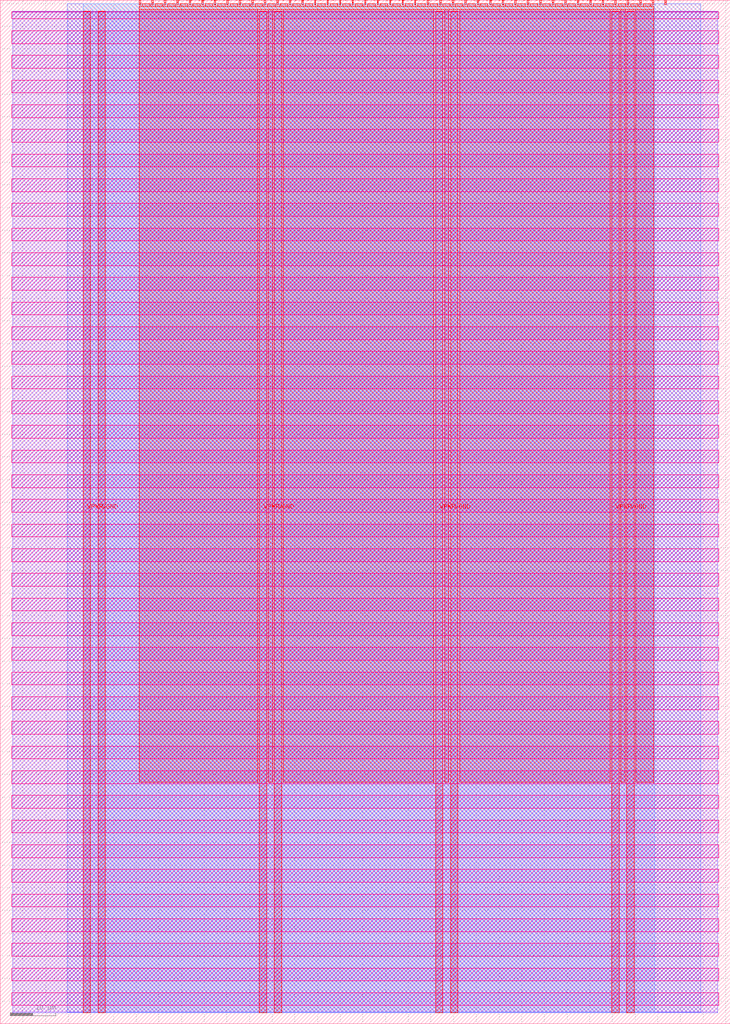
<source format=lef>
VERSION 5.7 ;
  NOWIREEXTENSIONATPIN ON ;
  DIVIDERCHAR "/" ;
  BUSBITCHARS "[]" ;
MACRO tt_um_yuri_panchul_sea_battle_vga_game
  CLASS BLOCK ;
  FOREIGN tt_um_yuri_panchul_sea_battle_vga_game ;
  ORIGIN 0.000 0.000 ;
  SIZE 161.000 BY 225.760 ;
  PIN VGND
    DIRECTION INOUT ;
    USE GROUND ;
    PORT
      LAYER met4 ;
        RECT 21.580 2.480 23.180 223.280 ;
    END
    PORT
      LAYER met4 ;
        RECT 60.450 2.480 62.050 223.280 ;
    END
    PORT
      LAYER met4 ;
        RECT 99.320 2.480 100.920 223.280 ;
    END
    PORT
      LAYER met4 ;
        RECT 138.190 2.480 139.790 223.280 ;
    END
  END VGND
  PIN VPWR
    DIRECTION INOUT ;
    USE POWER ;
    PORT
      LAYER met4 ;
        RECT 18.280 2.480 19.880 223.280 ;
    END
    PORT
      LAYER met4 ;
        RECT 57.150 2.480 58.750 223.280 ;
    END
    PORT
      LAYER met4 ;
        RECT 96.020 2.480 97.620 223.280 ;
    END
    PORT
      LAYER met4 ;
        RECT 134.890 2.480 136.490 223.280 ;
    END
  END VPWR
  PIN clk
    DIRECTION INPUT ;
    USE SIGNAL ;
    ANTENNAGATEAREA 0.852000 ;
    PORT
      LAYER met4 ;
        RECT 143.830 224.760 144.130 225.760 ;
    END
  END clk
  PIN ena
    DIRECTION INPUT ;
    USE SIGNAL ;
    PORT
      LAYER met4 ;
        RECT 146.590 224.760 146.890 225.760 ;
    END
  END ena
  PIN rst_n
    DIRECTION INPUT ;
    USE SIGNAL ;
    ANTENNAGATEAREA 0.196500 ;
    PORT
      LAYER met4 ;
        RECT 141.070 224.760 141.370 225.760 ;
    END
  END rst_n
  PIN ui_in[0]
    DIRECTION INPUT ;
    USE SIGNAL ;
    ANTENNAGATEAREA 0.196500 ;
    PORT
      LAYER met4 ;
        RECT 138.310 224.760 138.610 225.760 ;
    END
  END ui_in[0]
  PIN ui_in[1]
    DIRECTION INPUT ;
    USE SIGNAL ;
    ANTENNAGATEAREA 0.196500 ;
    PORT
      LAYER met4 ;
        RECT 135.550 224.760 135.850 225.760 ;
    END
  END ui_in[1]
  PIN ui_in[2]
    DIRECTION INPUT ;
    USE SIGNAL ;
    PORT
      LAYER met4 ;
        RECT 132.790 224.760 133.090 225.760 ;
    END
  END ui_in[2]
  PIN ui_in[3]
    DIRECTION INPUT ;
    USE SIGNAL ;
    PORT
      LAYER met4 ;
        RECT 130.030 224.760 130.330 225.760 ;
    END
  END ui_in[3]
  PIN ui_in[4]
    DIRECTION INPUT ;
    USE SIGNAL ;
    PORT
      LAYER met4 ;
        RECT 127.270 224.760 127.570 225.760 ;
    END
  END ui_in[4]
  PIN ui_in[5]
    DIRECTION INPUT ;
    USE SIGNAL ;
    PORT
      LAYER met4 ;
        RECT 124.510 224.760 124.810 225.760 ;
    END
  END ui_in[5]
  PIN ui_in[6]
    DIRECTION INPUT ;
    USE SIGNAL ;
    PORT
      LAYER met4 ;
        RECT 121.750 224.760 122.050 225.760 ;
    END
  END ui_in[6]
  PIN ui_in[7]
    DIRECTION INPUT ;
    USE SIGNAL ;
    PORT
      LAYER met4 ;
        RECT 118.990 224.760 119.290 225.760 ;
    END
  END ui_in[7]
  PIN uio_in[0]
    DIRECTION INPUT ;
    USE SIGNAL ;
    PORT
      LAYER met4 ;
        RECT 116.230 224.760 116.530 225.760 ;
    END
  END uio_in[0]
  PIN uio_in[1]
    DIRECTION INPUT ;
    USE SIGNAL ;
    PORT
      LAYER met4 ;
        RECT 113.470 224.760 113.770 225.760 ;
    END
  END uio_in[1]
  PIN uio_in[2]
    DIRECTION INPUT ;
    USE SIGNAL ;
    PORT
      LAYER met4 ;
        RECT 110.710 224.760 111.010 225.760 ;
    END
  END uio_in[2]
  PIN uio_in[3]
    DIRECTION INPUT ;
    USE SIGNAL ;
    PORT
      LAYER met4 ;
        RECT 107.950 224.760 108.250 225.760 ;
    END
  END uio_in[3]
  PIN uio_in[4]
    DIRECTION INPUT ;
    USE SIGNAL ;
    PORT
      LAYER met4 ;
        RECT 105.190 224.760 105.490 225.760 ;
    END
  END uio_in[4]
  PIN uio_in[5]
    DIRECTION INPUT ;
    USE SIGNAL ;
    PORT
      LAYER met4 ;
        RECT 102.430 224.760 102.730 225.760 ;
    END
  END uio_in[5]
  PIN uio_in[6]
    DIRECTION INPUT ;
    USE SIGNAL ;
    PORT
      LAYER met4 ;
        RECT 99.670 224.760 99.970 225.760 ;
    END
  END uio_in[6]
  PIN uio_in[7]
    DIRECTION INPUT ;
    USE SIGNAL ;
    PORT
      LAYER met4 ;
        RECT 96.910 224.760 97.210 225.760 ;
    END
  END uio_in[7]
  PIN uio_oe[0]
    DIRECTION OUTPUT ;
    USE SIGNAL ;
    ANTENNADIFFAREA 0.445500 ;
    PORT
      LAYER met4 ;
        RECT 49.990 224.760 50.290 225.760 ;
    END
  END uio_oe[0]
  PIN uio_oe[1]
    DIRECTION OUTPUT ;
    USE SIGNAL ;
    ANTENNADIFFAREA 0.445500 ;
    PORT
      LAYER met4 ;
        RECT 47.230 224.760 47.530 225.760 ;
    END
  END uio_oe[1]
  PIN uio_oe[2]
    DIRECTION OUTPUT ;
    USE SIGNAL ;
    ANTENNADIFFAREA 0.445500 ;
    PORT
      LAYER met4 ;
        RECT 44.470 224.760 44.770 225.760 ;
    END
  END uio_oe[2]
  PIN uio_oe[3]
    DIRECTION OUTPUT ;
    USE SIGNAL ;
    ANTENNADIFFAREA 0.445500 ;
    PORT
      LAYER met4 ;
        RECT 41.710 224.760 42.010 225.760 ;
    END
  END uio_oe[3]
  PIN uio_oe[4]
    DIRECTION OUTPUT ;
    USE SIGNAL ;
    ANTENNADIFFAREA 0.445500 ;
    PORT
      LAYER met4 ;
        RECT 38.950 224.760 39.250 225.760 ;
    END
  END uio_oe[4]
  PIN uio_oe[5]
    DIRECTION OUTPUT ;
    USE SIGNAL ;
    ANTENNADIFFAREA 0.445500 ;
    PORT
      LAYER met4 ;
        RECT 36.190 224.760 36.490 225.760 ;
    END
  END uio_oe[5]
  PIN uio_oe[6]
    DIRECTION OUTPUT ;
    USE SIGNAL ;
    ANTENNADIFFAREA 0.445500 ;
    PORT
      LAYER met4 ;
        RECT 33.430 224.760 33.730 225.760 ;
    END
  END uio_oe[6]
  PIN uio_oe[7]
    DIRECTION OUTPUT ;
    USE SIGNAL ;
    ANTENNADIFFAREA 0.445500 ;
    PORT
      LAYER met4 ;
        RECT 30.670 224.760 30.970 225.760 ;
    END
  END uio_oe[7]
  PIN uio_out[0]
    DIRECTION OUTPUT ;
    USE SIGNAL ;
    ANTENNADIFFAREA 0.445500 ;
    PORT
      LAYER met4 ;
        RECT 72.070 224.760 72.370 225.760 ;
    END
  END uio_out[0]
  PIN uio_out[1]
    DIRECTION OUTPUT ;
    USE SIGNAL ;
    ANTENNADIFFAREA 0.445500 ;
    PORT
      LAYER met4 ;
        RECT 69.310 224.760 69.610 225.760 ;
    END
  END uio_out[1]
  PIN uio_out[2]
    DIRECTION OUTPUT ;
    USE SIGNAL ;
    ANTENNADIFFAREA 0.445500 ;
    PORT
      LAYER met4 ;
        RECT 66.550 224.760 66.850 225.760 ;
    END
  END uio_out[2]
  PIN uio_out[3]
    DIRECTION OUTPUT ;
    USE SIGNAL ;
    ANTENNADIFFAREA 0.445500 ;
    PORT
      LAYER met4 ;
        RECT 63.790 224.760 64.090 225.760 ;
    END
  END uio_out[3]
  PIN uio_out[4]
    DIRECTION OUTPUT ;
    USE SIGNAL ;
    ANTENNADIFFAREA 0.445500 ;
    PORT
      LAYER met4 ;
        RECT 61.030 224.760 61.330 225.760 ;
    END
  END uio_out[4]
  PIN uio_out[5]
    DIRECTION OUTPUT ;
    USE SIGNAL ;
    ANTENNADIFFAREA 0.445500 ;
    PORT
      LAYER met4 ;
        RECT 58.270 224.760 58.570 225.760 ;
    END
  END uio_out[5]
  PIN uio_out[6]
    DIRECTION OUTPUT ;
    USE SIGNAL ;
    ANTENNADIFFAREA 0.445500 ;
    PORT
      LAYER met4 ;
        RECT 55.510 224.760 55.810 225.760 ;
    END
  END uio_out[6]
  PIN uio_out[7]
    DIRECTION OUTPUT ;
    USE SIGNAL ;
    ANTENNADIFFAREA 0.445500 ;
    PORT
      LAYER met4 ;
        RECT 52.750 224.760 53.050 225.760 ;
    END
  END uio_out[7]
  PIN uo_out[0]
    DIRECTION OUTPUT ;
    USE SIGNAL ;
    ANTENNADIFFAREA 0.795200 ;
    PORT
      LAYER met4 ;
        RECT 94.150 224.760 94.450 225.760 ;
    END
  END uo_out[0]
  PIN uo_out[1]
    DIRECTION OUTPUT ;
    USE SIGNAL ;
    ANTENNADIFFAREA 0.795200 ;
    PORT
      LAYER met4 ;
        RECT 91.390 224.760 91.690 225.760 ;
    END
  END uo_out[1]
  PIN uo_out[2]
    DIRECTION OUTPUT ;
    USE SIGNAL ;
    ANTENNADIFFAREA 0.795200 ;
    PORT
      LAYER met4 ;
        RECT 88.630 224.760 88.930 225.760 ;
    END
  END uo_out[2]
  PIN uo_out[3]
    DIRECTION OUTPUT ;
    USE SIGNAL ;
    ANTENNADIFFAREA 0.795200 ;
    PORT
      LAYER met4 ;
        RECT 85.870 224.760 86.170 225.760 ;
    END
  END uo_out[3]
  PIN uo_out[4]
    DIRECTION OUTPUT ;
    USE SIGNAL ;
    ANTENNAGATEAREA 0.213000 ;
    ANTENNADIFFAREA 0.891000 ;
    PORT
      LAYER met4 ;
        RECT 83.110 224.760 83.410 225.760 ;
    END
  END uo_out[4]
  PIN uo_out[5]
    DIRECTION OUTPUT ;
    USE SIGNAL ;
    ANTENNAGATEAREA 0.213000 ;
    ANTENNADIFFAREA 0.891000 ;
    PORT
      LAYER met4 ;
        RECT 80.350 224.760 80.650 225.760 ;
    END
  END uo_out[5]
  PIN uo_out[6]
    DIRECTION OUTPUT ;
    USE SIGNAL ;
    ANTENNAGATEAREA 0.213000 ;
    ANTENNADIFFAREA 0.891000 ;
    PORT
      LAYER met4 ;
        RECT 77.590 224.760 77.890 225.760 ;
    END
  END uo_out[6]
  PIN uo_out[7]
    DIRECTION OUTPUT ;
    USE SIGNAL ;
    ANTENNADIFFAREA 0.445500 ;
    PORT
      LAYER met4 ;
        RECT 74.830 224.760 75.130 225.760 ;
    END
  END uo_out[7]
  OBS
      LAYER nwell ;
        RECT 2.570 221.625 158.430 223.230 ;
        RECT 2.570 216.185 158.430 219.015 ;
        RECT 2.570 210.745 158.430 213.575 ;
        RECT 2.570 205.305 158.430 208.135 ;
        RECT 2.570 199.865 158.430 202.695 ;
        RECT 2.570 194.425 158.430 197.255 ;
        RECT 2.570 188.985 158.430 191.815 ;
        RECT 2.570 183.545 158.430 186.375 ;
        RECT 2.570 178.105 158.430 180.935 ;
        RECT 2.570 172.665 158.430 175.495 ;
        RECT 2.570 167.225 158.430 170.055 ;
        RECT 2.570 161.785 158.430 164.615 ;
        RECT 2.570 156.345 158.430 159.175 ;
        RECT 2.570 150.905 158.430 153.735 ;
        RECT 2.570 145.465 158.430 148.295 ;
        RECT 2.570 140.025 158.430 142.855 ;
        RECT 2.570 134.585 158.430 137.415 ;
        RECT 2.570 129.145 158.430 131.975 ;
        RECT 2.570 123.705 158.430 126.535 ;
        RECT 2.570 118.265 158.430 121.095 ;
        RECT 2.570 112.825 158.430 115.655 ;
        RECT 2.570 107.385 158.430 110.215 ;
        RECT 2.570 101.945 158.430 104.775 ;
        RECT 2.570 96.505 158.430 99.335 ;
        RECT 2.570 91.065 158.430 93.895 ;
        RECT 2.570 85.625 158.430 88.455 ;
        RECT 2.570 80.185 158.430 83.015 ;
        RECT 2.570 74.745 158.430 77.575 ;
        RECT 2.570 69.305 158.430 72.135 ;
        RECT 2.570 63.865 158.430 66.695 ;
        RECT 2.570 58.425 158.430 61.255 ;
        RECT 2.570 52.985 158.430 55.815 ;
        RECT 2.570 47.545 158.430 50.375 ;
        RECT 2.570 42.105 158.430 44.935 ;
        RECT 2.570 36.665 158.430 39.495 ;
        RECT 2.570 31.225 158.430 34.055 ;
        RECT 2.570 25.785 158.430 28.615 ;
        RECT 2.570 20.345 158.430 23.175 ;
        RECT 2.570 14.905 158.430 17.735 ;
        RECT 2.570 9.465 158.430 12.295 ;
        RECT 2.570 4.025 158.430 6.855 ;
      LAYER li1 ;
        RECT 2.760 2.635 158.240 223.125 ;
      LAYER met1 ;
        RECT 2.760 2.480 158.240 223.280 ;
      LAYER met2 ;
        RECT 14.820 2.535 154.460 224.925 ;
      LAYER met3 ;
        RECT 18.290 2.555 144.375 224.905 ;
      LAYER met4 ;
        RECT 31.370 224.360 33.030 224.905 ;
        RECT 34.130 224.360 35.790 224.905 ;
        RECT 36.890 224.360 38.550 224.905 ;
        RECT 39.650 224.360 41.310 224.905 ;
        RECT 42.410 224.360 44.070 224.905 ;
        RECT 45.170 224.360 46.830 224.905 ;
        RECT 47.930 224.360 49.590 224.905 ;
        RECT 50.690 224.360 52.350 224.905 ;
        RECT 53.450 224.360 55.110 224.905 ;
        RECT 56.210 224.360 57.870 224.905 ;
        RECT 58.970 224.360 60.630 224.905 ;
        RECT 61.730 224.360 63.390 224.905 ;
        RECT 64.490 224.360 66.150 224.905 ;
        RECT 67.250 224.360 68.910 224.905 ;
        RECT 70.010 224.360 71.670 224.905 ;
        RECT 72.770 224.360 74.430 224.905 ;
        RECT 75.530 224.360 77.190 224.905 ;
        RECT 78.290 224.360 79.950 224.905 ;
        RECT 81.050 224.360 82.710 224.905 ;
        RECT 83.810 224.360 85.470 224.905 ;
        RECT 86.570 224.360 88.230 224.905 ;
        RECT 89.330 224.360 90.990 224.905 ;
        RECT 92.090 224.360 93.750 224.905 ;
        RECT 94.850 224.360 96.510 224.905 ;
        RECT 97.610 224.360 99.270 224.905 ;
        RECT 100.370 224.360 102.030 224.905 ;
        RECT 103.130 224.360 104.790 224.905 ;
        RECT 105.890 224.360 107.550 224.905 ;
        RECT 108.650 224.360 110.310 224.905 ;
        RECT 111.410 224.360 113.070 224.905 ;
        RECT 114.170 224.360 115.830 224.905 ;
        RECT 116.930 224.360 118.590 224.905 ;
        RECT 119.690 224.360 121.350 224.905 ;
        RECT 122.450 224.360 124.110 224.905 ;
        RECT 125.210 224.360 126.870 224.905 ;
        RECT 127.970 224.360 129.630 224.905 ;
        RECT 130.730 224.360 132.390 224.905 ;
        RECT 133.490 224.360 135.150 224.905 ;
        RECT 136.250 224.360 137.910 224.905 ;
        RECT 139.010 224.360 140.670 224.905 ;
        RECT 141.770 224.360 143.430 224.905 ;
        RECT 30.655 223.680 144.145 224.360 ;
        RECT 30.655 53.215 56.750 223.680 ;
        RECT 59.150 53.215 60.050 223.680 ;
        RECT 62.450 53.215 95.620 223.680 ;
        RECT 98.020 53.215 98.920 223.680 ;
        RECT 101.320 53.215 134.490 223.680 ;
        RECT 136.890 53.215 137.790 223.680 ;
        RECT 140.190 53.215 144.145 223.680 ;
  END
END tt_um_yuri_panchul_sea_battle_vga_game
END LIBRARY


</source>
